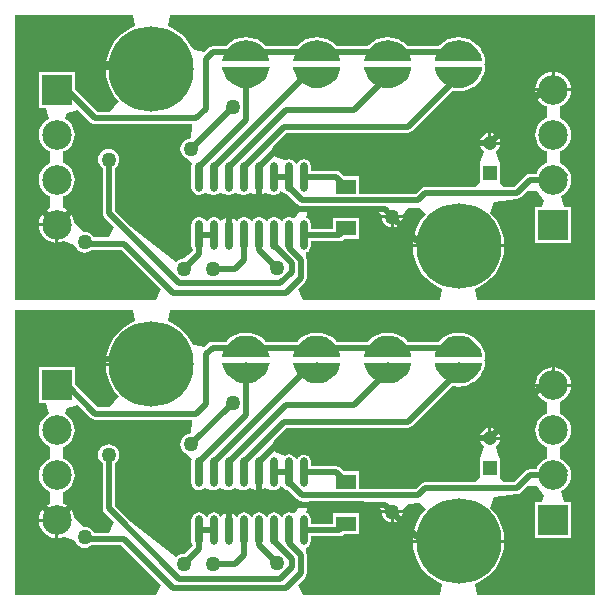
<source format=gtl>
%FSLAX44Y44*%
%MOMM*%
G71*
G01*
G75*
G04 Layer_Physical_Order=1*
G04 Layer_Color=255*
%ADD10R,1.7000X1.2500*%
%ADD11O,0.7000X2.5000*%
%ADD12C,1.5000*%
%ADD13C,0.5000*%
%ADD14C,7.2200*%
%ADD15R,1.2000X1.2000*%
%ADD16C,1.2000*%
%ADD17R,2.5000X2.5000*%
%ADD18C,2.5000*%
%ADD19C,1.2700*%
G36*
X280007Y201309D02*
X279864Y199859D01*
X278711Y196059D01*
X276840Y192558D01*
X274321Y189489D01*
X271252Y186970D01*
X267750Y185098D01*
X263951Y183946D01*
X260000Y183557D01*
X256049Y183946D01*
X252249Y185098D01*
X248748Y186970D01*
X245679Y189489D01*
X243160Y192558D01*
X241289Y196059D01*
X240136Y199859D01*
X239993Y201309D01*
X240000Y201310D01*
X280007Y201309D01*
D02*
G37*
G36*
X340007D02*
X339864Y199859D01*
X338712Y196059D01*
X336840Y192558D01*
X334321Y189489D01*
X331252Y186970D01*
X327751Y185098D01*
X323951Y183946D01*
X320000Y183557D01*
X316049Y183946D01*
X312249Y185098D01*
X308748Y186970D01*
X305679Y189489D01*
X303160Y192558D01*
X301288Y196059D01*
X300136Y199859D01*
X299993Y201309D01*
X300000Y201310D01*
X340007Y201309D01*
D02*
G37*
G36*
X220007D02*
X219864Y199859D01*
X218711Y196059D01*
X216840Y192558D01*
X214321Y189489D01*
X211252Y186970D01*
X207751Y185098D01*
X203951Y183946D01*
X200000Y183557D01*
X196049Y183946D01*
X192250Y185098D01*
X188748Y186970D01*
X185679Y189489D01*
X183160Y192558D01*
X181289Y196059D01*
X180136Y199859D01*
X179993Y201309D01*
X180000Y201310D01*
X220007Y201309D01*
D02*
G37*
G36*
X68756Y154481D02*
X70423Y153367D01*
X72390Y152976D01*
X153979D01*
X154744Y151131D01*
X153518Y141823D01*
X151095Y140741D01*
D01*
X148933Y139845D01*
X147076Y138420D01*
X145651Y136563D01*
X144755Y134401D01*
X144449Y132080D01*
X144755Y129759D01*
X145651Y127597D01*
X147076Y125740D01*
X148933Y124315D01*
X151095Y123419D01*
X154330Y119677D01*
D01*
X154331D01*
X153862Y117320D01*
Y99818D01*
D01*
D01*
D01*
D01*
X153862D01*
D01*
Y99818D01*
X153862Y99818D01*
X153862Y99320D01*
X153862Y99320D01*
X153895Y99153D01*
X153895Y99153D01*
X154104Y98103D01*
Y98103D01*
D01*
Y98103D01*
X154104D01*
X154278Y97228D01*
X154330Y96963D01*
D01*
D01*
D01*
X154331Y96963D01*
X154800Y96261D01*
X155020Y95931D01*
X155020D01*
D01*
D01*
D01*
D01*
D01*
X155020D01*
X155665Y94965D01*
X155666D01*
X156697Y94276D01*
Y94276D01*
X156697D01*
X156697D01*
Y94276D01*
X156697D01*
D01*
D01*
X157663Y93630D01*
X157663Y93630D01*
X158448Y93474D01*
Y93474D01*
X158448Y93474D01*
X160020Y93161D01*
X160020Y93161D01*
D01*
X160020Y93161D01*
D01*
D01*
D01*
X160410Y93239D01*
X161592Y93474D01*
X161592D01*
D01*
D01*
D01*
X161592D01*
D01*
D01*
X161700Y93496D01*
X162377Y93630D01*
X162377Y93630D01*
X163343Y94276D01*
D01*
Y94276D01*
X163343D01*
D01*
D01*
D01*
X164375Y94965D01*
X164375D01*
X164375D01*
X170274Y93690D01*
X170363Y93630D01*
X170363Y93630D01*
X171148Y93474D01*
Y93474D01*
X171148Y93474D01*
X172719Y93162D01*
X172720Y93161D01*
X172720Y93161D01*
X174292Y93474D01*
X174292Y93474D01*
Y93474D01*
X175077Y93630D01*
X175077Y93630D01*
X176043Y94276D01*
X176043Y94276D01*
Y94276D01*
X177075Y94965D01*
X177075D01*
X177075Y94965D01*
Y94965D01*
X177075D01*
X177075D01*
X182974Y93690D01*
X183063Y93630D01*
X183063Y93630D01*
X183848Y93474D01*
Y93474D01*
X183848Y93474D01*
X185418Y93162D01*
X185420Y93161D01*
X185420Y93161D01*
X186992Y93474D01*
X186992Y93474D01*
Y93474D01*
X187777Y93630D01*
X187777Y93630D01*
X188743Y94276D01*
X188743Y94276D01*
Y94276D01*
X189774Y94965D01*
X189775D01*
X189775Y94965D01*
Y94965D01*
X189775D01*
X189775D01*
X195674Y93690D01*
X195763Y93630D01*
X195763Y93630D01*
X196548Y93474D01*
Y93474D01*
X196548Y93474D01*
X198118Y93162D01*
X198120Y93161D01*
X198120Y93161D01*
X199692Y93474D01*
X199692Y93474D01*
Y93474D01*
X200477Y93630D01*
X200477Y93630D01*
X201443Y94276D01*
X201443Y94276D01*
Y94276D01*
X202474Y94965D01*
X202475D01*
X202475Y94965D01*
Y94965D01*
X202475D01*
X202475D01*
X208374Y93690D01*
X208463Y93630D01*
X208463Y93630D01*
X209248Y93474D01*
Y93474D01*
X209248Y93474D01*
X209550Y93414D01*
Y108320D01*
X212090D01*
Y93414D01*
X212392Y93474D01*
X212392Y93474D01*
Y93474D01*
X213177Y93630D01*
X213177Y93630D01*
X214143Y94276D01*
X214143Y94276D01*
Y94276D01*
X215175Y94965D01*
X215175D01*
X215175Y94965D01*
Y94965D01*
X215175D01*
X215175D01*
X221074Y93690D01*
X221163Y93630D01*
X221163Y93630D01*
X221948Y93474D01*
Y93474D01*
X221948Y93474D01*
X223519Y93162D01*
X223520Y93161D01*
X223520Y93161D01*
X223591Y93175D01*
X225092Y93474D01*
X225092Y93474D01*
Y93474D01*
X225877Y93630D01*
X225877Y93630D01*
X226843Y94276D01*
X226843Y94276D01*
Y94276D01*
X227875Y94965D01*
X227875D01*
X227875Y94965D01*
X227875Y94965D01*
X227875Y94965D01*
X227875D01*
D01*
X228014Y95174D01*
X228520Y95931D01*
X229265Y96921D01*
X231865Y94965D01*
X231865Y94965D01*
Y94965D01*
X233863Y93630D01*
X235613Y93282D01*
X243519Y85377D01*
X244766Y84544D01*
X245186Y84263D01*
X245186D01*
X245186Y84263D01*
X245186Y84263D01*
X245699Y84161D01*
X247153Y83871D01*
D01*
D01*
X246993Y81207D01*
X241579Y74010D01*
X238577D01*
X238577D01*
X238577Y74010D01*
X237792Y74166D01*
Y74166D01*
X237792Y74166D01*
X236220Y74479D01*
D01*
D01*
D01*
D01*
X234648Y74166D01*
X234648Y74166D01*
Y74166D01*
X233863Y74010D01*
X233863Y74010D01*
X232897Y73364D01*
X232897Y73364D01*
Y73364D01*
X231866Y72675D01*
X231865D01*
X231865D01*
X231865D01*
X231865D01*
Y72675D01*
X231726Y72466D01*
X231220Y71709D01*
X230475Y70719D01*
X227894Y72660D01*
X227894D01*
X227875Y72675D01*
D01*
X227875Y72675D01*
X227875D01*
X226843Y73364D01*
X226843D01*
Y73364D01*
X226843D01*
D01*
X226843D01*
Y73364D01*
X225877Y74010D01*
X225877Y74010D01*
X225092Y74166D01*
Y74166D01*
X225092Y74166D01*
X223520Y74479D01*
D01*
D01*
D01*
D01*
X221948Y74166D01*
X221948Y74166D01*
Y74166D01*
X221163Y74010D01*
X221163Y74010D01*
X220197Y73364D01*
X220197Y73364D01*
Y73364D01*
X219165Y72675D01*
X219165D01*
X219165D01*
X219165D01*
X219165D01*
Y72675D01*
X219026Y72466D01*
X218520Y71709D01*
X217775Y70719D01*
X215194Y72660D01*
X215194D01*
X215175Y72675D01*
D01*
X215175Y72675D01*
X215175D01*
X214143Y73364D01*
X214143D01*
Y73364D01*
X214143D01*
D01*
X214143D01*
Y73364D01*
X213177Y74010D01*
X213177Y74010D01*
X212392Y74166D01*
Y74166D01*
X212392Y74166D01*
X210820Y74479D01*
D01*
D01*
D01*
D01*
X209248Y74166D01*
X209248Y74166D01*
Y74166D01*
X208463Y74010D01*
X208463Y74010D01*
X207497Y73364D01*
X207497Y73364D01*
Y73364D01*
X206465Y72675D01*
X206465D01*
X206465D01*
X206465D01*
X206465D01*
Y72675D01*
X206326Y72466D01*
X205820Y71709D01*
X205075Y70719D01*
X202494Y72660D01*
X202494D01*
X202475Y72675D01*
D01*
X202475Y72675D01*
X202474D01*
X201443Y73364D01*
X201443D01*
Y73364D01*
X201443D01*
D01*
X201443D01*
Y73364D01*
X200477Y74010D01*
X200477Y74010D01*
X199692Y74166D01*
Y74166D01*
X199692Y74166D01*
X198191Y74465D01*
X198120Y74479D01*
D01*
D01*
D01*
D01*
D01*
D01*
X196548Y74166D01*
X196548Y74166D01*
Y74166D01*
X195763Y74010D01*
X195763Y74010D01*
X194797Y73364D01*
X194797Y73364D01*
Y73364D01*
X193766Y72675D01*
X193765D01*
X193765D01*
X193765D01*
X193765D01*
Y72675D01*
X193626Y72466D01*
X193120Y71709D01*
X192375Y70719D01*
X189775Y72675D01*
X189775Y72675D01*
X189775D01*
X188743Y73364D01*
Y73364D01*
X188743Y73364D01*
X187777Y74010D01*
X187777Y74010D01*
X186992Y74166D01*
Y74166D01*
X186992Y74166D01*
X186690Y74226D01*
Y59320D01*
X184150D01*
Y74226D01*
X183848Y74166D01*
X183848Y74166D01*
Y74166D01*
X183063Y74010D01*
X183063Y74010D01*
X182097Y73364D01*
X182097Y73364D01*
Y73364D01*
X181065Y72675D01*
X181065D01*
X181065Y72675D01*
X178465Y70719D01*
X177720Y71709D01*
X177478Y72071D01*
X177075Y72675D01*
Y72675D01*
D01*
X177075D01*
D01*
X177075Y72675D01*
X176043Y73364D01*
X176043D01*
Y73364D01*
X176043D01*
D01*
X176043D01*
Y73364D01*
X175077Y74010D01*
X175077Y74010D01*
X174292Y74166D01*
Y74166D01*
X174292Y74166D01*
X172720Y74479D01*
D01*
D01*
D01*
D01*
D01*
D01*
X172649Y74465D01*
X171148Y74166D01*
X171148Y74166D01*
Y74166D01*
X170363Y74010D01*
X170363Y74010D01*
X169397Y73364D01*
D01*
D01*
D01*
X169397D01*
Y73364D01*
D01*
D01*
Y73364D01*
X169397D01*
X168365Y72675D01*
X168365D01*
X167962Y72071D01*
X167720Y71709D01*
X166975Y70719D01*
X164394Y72660D01*
X164394D01*
X164375Y72675D01*
D01*
X164375Y72675D01*
X164375D01*
X163343Y73364D01*
D01*
D01*
D01*
D01*
Y73364D01*
X163343D01*
D01*
D01*
X162377Y74010D01*
X162377Y74010D01*
X161700Y74144D01*
X161592Y74166D01*
D01*
X161592D01*
D01*
D01*
D01*
D01*
X161592D01*
X160745Y74334D01*
X160104Y74462D01*
D01*
X160020Y74479D01*
D01*
D01*
D01*
D01*
D01*
D01*
X160020Y74479D01*
X158448Y74166D01*
X158448Y74166D01*
Y74166D01*
X157663Y74010D01*
X157663Y74010D01*
X156697Y73364D01*
X156697Y73364D01*
Y73364D01*
X155666Y72675D01*
X155665D01*
Y72675D01*
X155020Y71709D01*
D01*
X155020D01*
D01*
D01*
Y71709D01*
X155020D01*
X155020D01*
X154331Y70677D01*
X154330Y70677D01*
D01*
D01*
D01*
X154278Y70412D01*
X154104Y69538D01*
D01*
X154104D01*
D01*
D01*
D01*
D01*
D01*
Y69538D01*
D01*
D01*
D01*
D01*
D01*
D01*
Y69538D01*
X153895Y68487D01*
X153895Y68487D01*
X153862Y68320D01*
X153862Y68320D01*
X153862Y67822D01*
X153862Y67822D01*
D01*
D01*
X153862Y67822D01*
D01*
D01*
D01*
D01*
Y50320D01*
X154331Y47964D01*
X154881Y47139D01*
Y46034D01*
X147363Y39441D01*
X147320Y39447D01*
X144999Y39141D01*
X142837Y38245D01*
X140980Y36820D01*
X102985Y65974D01*
X88959Y80001D01*
Y115927D01*
X90160Y116850D01*
X91585Y118707D01*
X92481Y120869D01*
X92787Y123190D01*
X92481Y125511D01*
X91585Y127673D01*
X90160Y129530D01*
X88303Y130955D01*
X86141Y131851D01*
X83820Y132157D01*
X81499Y131851D01*
X79337Y130955D01*
X77480Y129530D01*
X76055Y127673D01*
X75159Y125511D01*
X74853Y123190D01*
X75159Y120869D01*
X76055Y118707D01*
X77480Y116850D01*
X78681Y115927D01*
Y77872D01*
X78681Y77872D01*
X78681D01*
X79072Y75906D01*
X80186Y74239D01*
X87977Y66448D01*
X84151Y57209D01*
X71520D01*
X71265Y57823D01*
X69840Y59680D01*
X67983Y61105D01*
X65821Y62001D01*
X63500Y62307D01*
X62887Y62226D01*
X55054Y68443D01*
X54822Y70798D01*
X53962Y73633D01*
X52566Y76246D01*
X50686Y78536D01*
X48396Y80416D01*
X45783Y81812D01*
X45494Y81900D01*
Y91900D01*
X45783Y91988D01*
X48396Y93384D01*
X50686Y95264D01*
X52566Y97554D01*
X53962Y100167D01*
X54822Y103002D01*
X55113Y105950D01*
X54822Y108898D01*
X53962Y111733D01*
X52566Y114346D01*
X50686Y116636D01*
X48396Y118516D01*
X45783Y119912D01*
X45494Y120000D01*
Y130000D01*
X45783Y130088D01*
X48396Y131484D01*
X50686Y133364D01*
X52566Y135654D01*
X53962Y138267D01*
X54822Y141102D01*
X55113Y144050D01*
X54822Y146998D01*
X53962Y149833D01*
X52566Y152446D01*
X50686Y154736D01*
X48396Y156616D01*
X46911Y157410D01*
X48235Y162697D01*
X57873Y165364D01*
X68756Y154481D01*
D02*
G37*
G36*
X106215Y236114D02*
X102404Y234535D01*
X97218Y231357D01*
X92593Y227407D01*
X88643Y222782D01*
X85465Y217596D01*
X83138Y211978D01*
X81718Y206063D01*
X81341Y201270D01*
X120000D01*
Y198730D01*
X81341D01*
X81718Y193937D01*
X83138Y188023D01*
X85465Y182404D01*
X88643Y177218D01*
X92593Y172593D01*
X84616Y163254D01*
X74518D01*
X55040Y182732D01*
Y197190D01*
X24960D01*
Y182647D01*
X24861Y182150D01*
X24960Y181653D01*
Y167110D01*
X30659D01*
X33089Y157410D01*
X31604Y156616D01*
X29314Y154736D01*
X27434Y152446D01*
X26038Y149833D01*
X25178Y146998D01*
X24887Y144050D01*
X25178Y141102D01*
X26038Y138267D01*
X27434Y135654D01*
X29314Y133364D01*
X31604Y131484D01*
X34217Y130088D01*
X34506Y130000D01*
Y120000D01*
X34217Y119912D01*
X31604Y118516D01*
X29314Y116636D01*
X27434Y114346D01*
X26038Y111733D01*
X25178Y108898D01*
X24887Y105950D01*
X25178Y103002D01*
X26038Y100167D01*
X27434Y97554D01*
X29314Y95264D01*
X31604Y93384D01*
X34217Y91988D01*
X34506Y91900D01*
Y81900D01*
X34217Y81812D01*
X31604Y80416D01*
X29314Y78536D01*
X27434Y76246D01*
X26038Y73633D01*
X25178Y70798D01*
X25012Y69120D01*
X40000D01*
Y67850D01*
X41270D01*
Y52862D01*
X42948Y53028D01*
X45783Y53888D01*
X54839Y51019D01*
X54839Y51019D01*
Y51019D01*
X55735Y48857D01*
X57160Y47000D01*
X59017Y45575D01*
X61179Y44679D01*
X63500Y44373D01*
X65821Y44679D01*
X67983Y45575D01*
X69751Y46931D01*
X94391D01*
X128006Y13317D01*
X124179Y4078D01*
X4078D01*
Y245922D01*
X104264D01*
X106215Y236114D01*
D02*
G37*
G36*
X400007Y201309D02*
X399864Y199859D01*
X398712Y196059D01*
X396840Y192558D01*
X394321Y189489D01*
X391252Y186970D01*
X387751Y185098D01*
X383951Y183946D01*
X380000Y183557D01*
X376049Y183946D01*
X372249Y185098D01*
X368748Y186970D01*
X365679Y189489D01*
X363160Y192558D01*
X361288Y196059D01*
X360136Y199859D01*
X359993Y201309D01*
X360000Y201310D01*
X400007Y201309D01*
D02*
G37*
G36*
X323951Y223674D02*
X327751Y222521D01*
X331252Y220650D01*
X334321Y218131D01*
X336840Y215062D01*
X338712Y211561D01*
X339864Y207761D01*
X340007Y206311D01*
X340000Y206310D01*
X299993Y206311D01*
X300136Y207761D01*
X301288Y211561D01*
X303160Y215062D01*
X305679Y218131D01*
X308748Y220650D01*
X312249Y222521D01*
X316049Y223674D01*
X320000Y224063D01*
X323951Y223674D01*
D02*
G37*
G36*
X383951D02*
X387751Y222521D01*
X391252Y220650D01*
X394321Y218131D01*
X396840Y215062D01*
X398712Y211561D01*
X399864Y207761D01*
X400007Y206311D01*
X400000Y206310D01*
X359993Y206311D01*
X360136Y207761D01*
X361288Y211561D01*
X363160Y215062D01*
X365679Y218131D01*
X368748Y220650D01*
X372249Y222521D01*
X376049Y223674D01*
X380000Y224063D01*
X383951Y223674D01*
D02*
G37*
G36*
X263951D02*
X267750Y222521D01*
X271252Y220650D01*
X274321Y218131D01*
X276840Y215062D01*
X278711Y211561D01*
X279864Y207761D01*
X280007Y206311D01*
X280000Y206310D01*
X239993Y206311D01*
X240136Y207761D01*
X241289Y211561D01*
X243160Y215062D01*
X245679Y218131D01*
X248748Y220650D01*
X252249Y222521D01*
X256049Y223674D01*
X260000Y224063D01*
X263951Y223674D01*
D02*
G37*
G36*
X203951D02*
X207751Y222521D01*
X211252Y220650D01*
X214321Y218131D01*
X216840Y215062D01*
X218711Y211561D01*
X219864Y207761D01*
X220007Y206311D01*
X220000Y206310D01*
X179993Y206311D01*
X180136Y207761D01*
X181289Y211561D01*
X183160Y215062D01*
X185679Y218131D01*
X188748Y220650D01*
X192250Y222521D01*
X196049Y223674D01*
X200000Y224063D01*
X203951Y223674D01*
D02*
G37*
G36*
X495922Y4078D02*
X395736D01*
X393785Y13886D01*
X397596Y15465D01*
X402782Y18643D01*
X407407Y22593D01*
X411357Y27218D01*
X414535Y32404D01*
X416862Y38023D01*
X418282Y43937D01*
X418660Y48730D01*
X341340D01*
X341718Y43937D01*
X343138Y38023D01*
X345465Y32404D01*
X348643Y27218D01*
X352593Y22593D01*
X357218Y18643D01*
X362404Y15465D01*
X366215Y13886D01*
X364264Y4078D01*
X248032D01*
X244205Y13317D01*
X250014Y19125D01*
X251128Y20792D01*
X251519Y22759D01*
Y38201D01*
X251128Y40167D01*
X251128Y40168D01*
X251128Y40168D01*
X251277Y44631D01*
X252243Y45276D01*
X252243D01*
Y45276D01*
X253275Y45966D01*
X254610Y47964D01*
X254610D01*
Y47964D01*
X254610Y47964D01*
X254610Y47964D01*
X255078Y50320D01*
D01*
X255078Y50320D01*
X255078Y50320D01*
Y54181D01*
X279000D01*
X280967Y54573D01*
X282634Y55687D01*
X282957Y56010D01*
X295520D01*
Y73590D01*
X273440D01*
Y64459D01*
X255078D01*
Y67822D01*
D01*
D01*
D01*
Y68320D01*
Y68295D01*
Y68320D01*
X255078Y68320D01*
X254981Y68809D01*
X254981Y68809D01*
X254836Y69538D01*
X254836Y69538D01*
D01*
D01*
D01*
D01*
D01*
X254836Y69538D01*
X254610Y70677D01*
X254610D01*
X254609Y70677D01*
X254392Y71003D01*
X254392Y71003D01*
X253965Y71641D01*
X253920Y71709D01*
X253920Y71709D01*
X253920D01*
X253882Y71766D01*
X253882Y71766D01*
X253369Y72534D01*
X253275Y72675D01*
D01*
X252045Y73496D01*
D01*
X251347Y73963D01*
X251277Y74010D01*
X253238Y83871D01*
X299205D01*
X313767Y77840D01*
X315071Y76353D01*
X315051Y76200D01*
X332649D01*
X332629Y76353D01*
X337481Y81885D01*
X347471Y82317D01*
X352593Y77407D01*
X348643Y72782D01*
X345465Y67596D01*
X343138Y61977D01*
X341718Y56063D01*
X341340Y51270D01*
X418660D01*
X418282Y56063D01*
X416862Y61977D01*
X414535Y67596D01*
X411357Y72782D01*
X407407Y77407D01*
X406776Y77946D01*
X409684Y87514D01*
X429260Y89811D01*
X429260Y89811D01*
Y89811D01*
X431227Y90202D01*
X432894Y91316D01*
X438427Y96849D01*
X446093Y96473D01*
X452050Y88441D01*
X450659Y82890D01*
X444960D01*
Y52810D01*
X475040D01*
Y82890D01*
X469341D01*
X466911Y92590D01*
X468396Y93384D01*
X470686Y95264D01*
X472566Y97554D01*
X473962Y100167D01*
X474822Y103002D01*
X475087Y105691D01*
X475139Y105950D01*
X475087Y106209D01*
X474870Y108411D01*
X475139Y109760D01*
X474748Y111727D01*
X473634Y113394D01*
X472765Y113974D01*
X472566Y114346D01*
X470686Y116636D01*
X468396Y118516D01*
X465783Y119912D01*
X465494Y120000D01*
Y130000D01*
X465783Y130088D01*
X468396Y131484D01*
X470686Y133364D01*
X472566Y135654D01*
X473962Y138267D01*
X474822Y141102D01*
X475113Y144050D01*
X474822Y146998D01*
X473962Y149833D01*
X472566Y152446D01*
X470686Y154736D01*
X468396Y156616D01*
X465783Y158012D01*
X465494Y158100D01*
Y168100D01*
X465783Y168188D01*
X468396Y169584D01*
X470686Y171464D01*
X472566Y173754D01*
X473962Y176367D01*
X474822Y179202D01*
X474988Y180880D01*
X445012D01*
X445178Y179202D01*
X446038Y176367D01*
X447434Y173754D01*
X449314Y171464D01*
X451604Y169584D01*
X454217Y168188D01*
X454506Y168100D01*
Y158100D01*
X454217Y158012D01*
X451604Y156616D01*
X449314Y154736D01*
X447434Y152446D01*
X446038Y149833D01*
X445178Y146998D01*
X444887Y144050D01*
X445178Y141102D01*
X446038Y138267D01*
X447434Y135654D01*
X449314Y133364D01*
X451604Y131484D01*
X454217Y130088D01*
X454506Y130000D01*
Y120000D01*
X454217Y119912D01*
X451604Y118516D01*
X449314Y116636D01*
X447434Y114346D01*
X446038Y111733D01*
X445842Y111089D01*
X440260D01*
X438294Y110698D01*
X436627Y109584D01*
X427132Y100089D01*
X418471D01*
X414940Y103620D01*
X414940Y107160D01*
X414940Y107160D01*
X414940Y107160D01*
Y120700D01*
X414532D01*
X411400Y129927D01*
X411400D01*
X411318Y130169D01*
X411318D01*
X412491Y131069D01*
X413860Y132853D01*
X414720Y134931D01*
X414846Y135890D01*
X397953D01*
X398080Y134931D01*
X398940Y132853D01*
X400309Y131069D01*
X401482Y130169D01*
X401482D01*
X401400Y129927D01*
X401400D01*
X398268Y120700D01*
X397860D01*
Y107160D01*
X397860Y107160D01*
X397860Y107160D01*
X397860Y103620D01*
X394329Y100089D01*
X351790D01*
X349823Y99698D01*
X348156Y98583D01*
X343722Y94149D01*
X295520D01*
Y109090D01*
X282957D01*
X280094Y111953D01*
X278427Y113067D01*
X276460Y113458D01*
X255078D01*
Y116822D01*
D01*
D01*
D01*
Y117004D01*
X255078Y117320D01*
X255078Y117320D01*
X255045Y117487D01*
X255045Y117487D01*
X254981Y117809D01*
Y117809D01*
X254932Y118054D01*
X254836Y118537D01*
Y118537D01*
D01*
D01*
D01*
D01*
D01*
D01*
D01*
D01*
D01*
D01*
D01*
D01*
X254836Y118537D01*
X254662Y119412D01*
X254610Y119677D01*
D01*
D01*
D01*
X254610Y119677D01*
X254392Y120003D01*
X254392Y120003D01*
X254228Y120247D01*
X254140Y120379D01*
X253920Y120709D01*
X253920Y120709D01*
D01*
D01*
D01*
D01*
D01*
Y120709D01*
X253920D01*
X253882Y120765D01*
Y120765D01*
X253644Y121122D01*
X253275Y121674D01*
Y121674D01*
D01*
X253275D01*
D01*
D01*
D01*
D01*
X253274Y121674D01*
X253095Y121794D01*
X253095Y121794D01*
X252243Y122364D01*
Y122364D01*
X252243D01*
D01*
X252243D01*
Y122364D01*
X252045Y122496D01*
X252045Y122496D01*
X251277Y123009D01*
X251277Y123009D01*
X251277Y123009D01*
X251145Y123036D01*
X251144D01*
X250492Y123166D01*
Y123166D01*
X250492Y123166D01*
X249751Y123313D01*
X249751Y123313D01*
X248920Y123478D01*
X248920Y123478D01*
D01*
D01*
D01*
D01*
D01*
D01*
X248530Y123401D01*
X247348Y123166D01*
X247348D01*
D01*
D01*
D01*
X247348D01*
D01*
D01*
X247240Y123144D01*
X246563Y123009D01*
X246563Y123009D01*
D01*
D01*
D01*
X246339Y122859D01*
X245597Y122364D01*
D01*
D01*
D01*
X245597D01*
Y122364D01*
D01*
D01*
D01*
D01*
X244565Y121674D01*
X244565D01*
X244162Y121070D01*
X243920Y120709D01*
X243175Y119718D01*
X240594Y121660D01*
X240594D01*
X240575Y121674D01*
D01*
X240575Y121674D01*
X240574D01*
X239543Y122364D01*
X239543D01*
Y122364D01*
X239543D01*
D01*
X239543D01*
Y122364D01*
X238577Y123009D01*
X238577Y123009D01*
X237792Y123166D01*
Y123166D01*
X237792Y123166D01*
X236220Y123478D01*
D01*
D01*
D01*
D01*
X234648Y123166D01*
X234648Y123166D01*
Y123166D01*
X233863Y123009D01*
X233863Y123009D01*
X233090Y122493D01*
X224750Y125477D01*
X221894Y131732D01*
X221894Y131732D01*
X224860Y136170D01*
X234681Y145991D01*
X337320D01*
X339286Y146382D01*
X340953Y147496D01*
X375011Y181554D01*
X375297Y181468D01*
X375551Y181443D01*
X375795Y181369D01*
X379746Y180979D01*
X380000Y181005D01*
X380254Y180979D01*
X384205Y181369D01*
X384449Y181443D01*
X384703Y181468D01*
X388502Y182620D01*
X388727Y182740D01*
X388971Y182815D01*
X392473Y184686D01*
X392670Y184848D01*
X392895Y184968D01*
X395964Y187487D01*
X396126Y187684D01*
X396323Y187846D01*
X398842Y190915D01*
X398962Y191140D01*
X399124Y191337D01*
X400995Y194839D01*
X401069Y195083D01*
X401190Y195308D01*
X402342Y199107D01*
X402367Y199361D01*
X402441Y199605D01*
X402584Y201055D01*
X402571Y201183D01*
X402574Y201196D01*
X402597Y201309D01*
X402597Y201309D01*
X402522Y201682D01*
X402485Y202061D01*
X402425Y202174D01*
X402399Y202300D01*
X402188Y202617D01*
X402009Y202952D01*
X401909Y203034D01*
Y203034D01*
X401909Y203034D01*
X402009Y204668D01*
X402025Y204699D01*
X402052Y204723D01*
X402226Y205070D01*
X402393Y205319D01*
X402414Y205426D01*
X402485Y205559D01*
X402489Y205595D01*
X402505Y205627D01*
X402533Y206024D01*
X402590Y206310D01*
X402569Y206413D01*
X402584Y206565D01*
X402441Y208015D01*
X402367Y208259D01*
X402342Y208513D01*
X401190Y212312D01*
X401069Y212537D01*
X400995Y212781D01*
X399124Y216283D01*
X398962Y216480D01*
X398842Y216705D01*
X396323Y219774D01*
X396126Y219936D01*
X395964Y220133D01*
X392895Y222652D01*
X392670Y222772D01*
X392473Y222934D01*
X388971Y224806D01*
X388727Y224879D01*
X388502Y225000D01*
X384703Y226152D01*
X384449Y226177D01*
X384205Y226251D01*
X380254Y226640D01*
X380000Y226616D01*
X379746Y226640D01*
X375795Y226251D01*
X375551Y226177D01*
X375297Y226152D01*
X371498Y225000D01*
X371273Y224879D01*
X371029Y224806D01*
X367527Y222934D01*
X367330Y222772D01*
X367105Y222652D01*
X364036Y220133D01*
X363874Y219936D01*
X363677Y219774D01*
X363000Y218949D01*
X337000D01*
X336323Y219774D01*
X336126Y219936D01*
X335964Y220133D01*
X332895Y222652D01*
X332670Y222772D01*
X332473Y222934D01*
X328971Y224806D01*
X328727Y224879D01*
X328502Y225000D01*
X324703Y226152D01*
X324449Y226177D01*
X324205Y226251D01*
X320254Y226640D01*
X320000Y226616D01*
X319746Y226640D01*
X315795Y226251D01*
X315551Y226177D01*
X315297Y226152D01*
X311498Y225000D01*
X311273Y224879D01*
X311029Y224806D01*
X307527Y222934D01*
X307330Y222772D01*
X307105Y222652D01*
X304036Y220133D01*
X303874Y219936D01*
X303677Y219774D01*
X303000Y218949D01*
X277000D01*
X276323Y219774D01*
X276126Y219936D01*
X275964Y220133D01*
X272895Y222652D01*
X272670Y222772D01*
X272473Y222934D01*
X268971Y224806D01*
X268727Y224879D01*
X268502Y225000D01*
X264703Y226152D01*
X264449Y226177D01*
X264205Y226251D01*
X260254Y226640D01*
X260000Y226616D01*
X259746Y226640D01*
X255795Y226251D01*
X255551Y226177D01*
X255297Y226152D01*
X251498Y225000D01*
X251273Y224879D01*
X251029Y224806D01*
X247527Y222934D01*
X247330Y222772D01*
X247105Y222652D01*
X244036Y220133D01*
X243874Y219936D01*
X243677Y219774D01*
X243000Y218949D01*
X217000D01*
X216323Y219774D01*
X216126Y219936D01*
X215964Y220133D01*
X212895Y222652D01*
X212670Y222772D01*
X212473Y222934D01*
X208971Y224806D01*
X208727Y224879D01*
X208502Y225000D01*
X204703Y226152D01*
X204449Y226177D01*
X204205Y226251D01*
X200254Y226640D01*
X200000Y226616D01*
X199746Y226640D01*
X195795Y226251D01*
X195551Y226177D01*
X195297Y226152D01*
X191498Y225000D01*
X191273Y224879D01*
X191029Y224806D01*
X187527Y222934D01*
X187330Y222772D01*
X187105Y222652D01*
X184036Y220133D01*
X183874Y219936D01*
X183677Y219774D01*
X183000Y218949D01*
X171900D01*
X169934Y218558D01*
X168267Y217444D01*
X164965Y214143D01*
X157042Y215719D01*
X154651Y217316D01*
X154535Y217596D01*
X151357Y222782D01*
X147407Y227407D01*
X142782Y231357D01*
X137596Y234535D01*
X133785Y236114D01*
X135736Y245922D01*
X495922D01*
Y4078D01*
D02*
G37*
%LPC*%
G36*
X38730Y66580D02*
X25012D01*
X25178Y64902D01*
X26038Y62067D01*
X27434Y59454D01*
X29314Y57164D01*
X31604Y55284D01*
X34217Y53888D01*
X37052Y53028D01*
X38730Y52862D01*
Y66580D01*
D02*
G37*
G36*
X332649Y73660D02*
X325120D01*
Y66130D01*
X326171Y66269D01*
X328333Y67165D01*
X330190Y68590D01*
X331615Y70447D01*
X332511Y72609D01*
X332649Y73660D01*
D02*
G37*
G36*
X322580D02*
X315051D01*
X315189Y72609D01*
X316085Y70447D01*
X317510Y68590D01*
X319367Y67165D01*
X321529Y66269D01*
X322580Y66130D01*
Y73660D01*
D02*
G37*
G36*
X458730Y197138D02*
X457052Y196972D01*
X454217Y196112D01*
X451604Y194716D01*
X449314Y192836D01*
X447434Y190546D01*
X446038Y187933D01*
X445178Y185098D01*
X445012Y183420D01*
X458730D01*
Y197138D01*
D02*
G37*
G36*
X461270D02*
Y183420D01*
X474988D01*
X474822Y185098D01*
X473962Y187933D01*
X472566Y190546D01*
X470686Y192836D01*
X468396Y194716D01*
X465783Y196112D01*
X462948Y196972D01*
X461270Y197138D01*
D02*
G37*
G36*
X405130Y145606D02*
X404171Y145480D01*
X402093Y144620D01*
X400309Y143251D01*
X398940Y141467D01*
X398080Y139389D01*
X397953Y138430D01*
X405130D01*
Y145606D01*
D02*
G37*
G36*
X407670D02*
Y138430D01*
X414846D01*
X414720Y139389D01*
X413860Y141467D01*
X412491Y143251D01*
X410707Y144620D01*
X408629Y145480D01*
X407670Y145606D01*
D02*
G37*
%LPD*%
G36*
X280007Y451309D02*
X279864Y449859D01*
X278711Y446059D01*
X276840Y442558D01*
X274321Y439489D01*
X271252Y436970D01*
X267750Y435098D01*
X263951Y433946D01*
X260000Y433557D01*
X256049Y433946D01*
X252249Y435098D01*
X248748Y436970D01*
X245679Y439489D01*
X243160Y442558D01*
X241289Y446059D01*
X240136Y449859D01*
X239993Y451309D01*
X240000Y451310D01*
X280007Y451309D01*
D02*
G37*
G36*
X340007D02*
X339864Y449859D01*
X338712Y446059D01*
X336840Y442558D01*
X334321Y439489D01*
X331252Y436970D01*
X327751Y435098D01*
X323951Y433946D01*
X320000Y433557D01*
X316049Y433946D01*
X312249Y435098D01*
X308748Y436970D01*
X305679Y439489D01*
X303160Y442558D01*
X301288Y446059D01*
X300136Y449859D01*
X299993Y451309D01*
X300000Y451310D01*
X340007Y451309D01*
D02*
G37*
G36*
X220007D02*
X219864Y449859D01*
X218711Y446059D01*
X216840Y442558D01*
X214321Y439489D01*
X211252Y436970D01*
X207751Y435098D01*
X203951Y433946D01*
X200000Y433557D01*
X196049Y433946D01*
X192250Y435098D01*
X188748Y436970D01*
X185679Y439489D01*
X183160Y442558D01*
X181289Y446059D01*
X180136Y449859D01*
X179993Y451309D01*
X180000Y451310D01*
X220007Y451309D01*
D02*
G37*
G36*
X68756Y404481D02*
X70423Y403367D01*
X72390Y402976D01*
X153979D01*
X154744Y401131D01*
X153518Y391823D01*
X151095Y390741D01*
D01*
X148933Y389845D01*
X147076Y388420D01*
X145651Y386563D01*
X144755Y384401D01*
X144449Y382080D01*
X144755Y379759D01*
X145651Y377597D01*
X147076Y375740D01*
X148933Y374315D01*
X151095Y373419D01*
X154330Y369677D01*
D01*
X154331D01*
X153862Y367320D01*
Y349818D01*
D01*
D01*
D01*
D01*
X153862D01*
D01*
Y349818D01*
X153862Y349818D01*
X153862Y349320D01*
X153862Y349320D01*
X153895Y349153D01*
X153895Y349153D01*
X154104Y348102D01*
Y348102D01*
D01*
Y348102D01*
X154104D01*
X154278Y347228D01*
X154330Y346963D01*
D01*
D01*
D01*
X154331Y346963D01*
X154800Y346261D01*
X155020Y345931D01*
X155020D01*
D01*
D01*
D01*
D01*
D01*
X155020D01*
X155665Y344965D01*
X155666D01*
X156697Y344276D01*
Y344276D01*
X156697D01*
X156697D01*
Y344276D01*
X156697D01*
D01*
D01*
X157663Y343630D01*
X157663Y343630D01*
X158448Y343474D01*
Y343474D01*
X158448Y343474D01*
X160020Y343162D01*
X160020Y343162D01*
D01*
X160020Y343161D01*
D01*
D01*
D01*
X160410Y343239D01*
X161592Y343474D01*
X161592D01*
D01*
D01*
D01*
X161592D01*
D01*
D01*
X161700Y343496D01*
X162377Y343630D01*
X162377Y343630D01*
X163343Y344276D01*
D01*
Y344276D01*
X163343D01*
D01*
D01*
D01*
X164375Y344965D01*
X164375D01*
X164375D01*
X170274Y343690D01*
X170363Y343630D01*
X170363Y343630D01*
X171148Y343474D01*
Y343474D01*
X171148Y343474D01*
X172719Y343162D01*
X172720Y343161D01*
X172720Y343162D01*
X174292Y343474D01*
X174292Y343474D01*
Y343474D01*
X175077Y343630D01*
X175077Y343630D01*
X176043Y344276D01*
X176043Y344276D01*
Y344276D01*
X177075Y344965D01*
X177075D01*
X177075Y344965D01*
Y344965D01*
X177075D01*
X177075D01*
X182974Y343690D01*
X183063Y343630D01*
X183063Y343630D01*
X183848Y343474D01*
Y343474D01*
X183848Y343474D01*
X185418Y343162D01*
X185420Y343161D01*
X185420Y343162D01*
X186992Y343474D01*
X186992Y343474D01*
Y343474D01*
X187777Y343630D01*
X187777Y343630D01*
X188743Y344276D01*
X188743Y344276D01*
Y344276D01*
X189774Y344965D01*
X189775D01*
X189775Y344965D01*
Y344965D01*
X189775D01*
X189775D01*
X195674Y343690D01*
X195763Y343630D01*
X195763Y343630D01*
X196548Y343474D01*
Y343474D01*
X196548Y343474D01*
X198118Y343162D01*
X198120Y343161D01*
X198120Y343162D01*
X199692Y343474D01*
X199692Y343474D01*
Y343474D01*
X200477Y343630D01*
X200477Y343630D01*
X201443Y344276D01*
X201443Y344276D01*
Y344276D01*
X202474Y344965D01*
X202475D01*
X202475Y344965D01*
Y344965D01*
X202475D01*
X202475D01*
X208374Y343690D01*
X208463Y343630D01*
X208463Y343630D01*
X209248Y343474D01*
Y343474D01*
X209248Y343474D01*
X209550Y343414D01*
Y358320D01*
X212090D01*
Y343414D01*
X212392Y343474D01*
X212392Y343474D01*
Y343474D01*
X213177Y343630D01*
X213177Y343630D01*
X214143Y344276D01*
X214143Y344276D01*
Y344276D01*
X215175Y344965D01*
X215175D01*
X215175Y344965D01*
Y344965D01*
X215175D01*
X215175D01*
X221074Y343690D01*
X221163Y343630D01*
X221163Y343630D01*
X221948Y343474D01*
Y343474D01*
X221948Y343474D01*
X223519Y343162D01*
X223520Y343161D01*
X223520Y343162D01*
X223591Y343176D01*
X225092Y343474D01*
X225092Y343474D01*
Y343474D01*
X225877Y343630D01*
X225877Y343630D01*
X226843Y344276D01*
X226843Y344276D01*
Y344276D01*
X227875Y344965D01*
X227875D01*
X227875Y344965D01*
X227875Y344965D01*
X227875Y344965D01*
X227875D01*
D01*
X228014Y345174D01*
X228520Y345931D01*
X229265Y346921D01*
X231865Y344965D01*
X231865Y344965D01*
Y344965D01*
X233863Y343630D01*
X235613Y343282D01*
X243519Y335377D01*
X244766Y334543D01*
X245186Y334263D01*
X245186D01*
X245186Y334263D01*
X245186Y334263D01*
X245699Y334161D01*
X247153Y333871D01*
D01*
D01*
X246993Y331207D01*
X241579Y324010D01*
X238577D01*
X238577D01*
X238577Y324010D01*
X237792Y324166D01*
Y324166D01*
X237792Y324166D01*
X236220Y324478D01*
D01*
D01*
D01*
D01*
X234648Y324166D01*
X234648Y324166D01*
Y324166D01*
X233863Y324010D01*
X233863Y324010D01*
X232897Y323364D01*
X232897Y323364D01*
Y323364D01*
X231866Y322675D01*
X231865D01*
X231865D01*
X231865D01*
X231865D01*
Y322675D01*
X231726Y322466D01*
X231220Y321709D01*
X230475Y320719D01*
X227894Y322660D01*
X227894D01*
X227875Y322675D01*
D01*
X227875Y322675D01*
X227875D01*
X226843Y323364D01*
X226843D01*
Y323364D01*
X226843D01*
D01*
X226843D01*
Y323364D01*
X225877Y324010D01*
X225877Y324010D01*
X225092Y324166D01*
Y324166D01*
X225092Y324166D01*
X223520Y324478D01*
D01*
D01*
D01*
D01*
X221948Y324166D01*
X221948Y324166D01*
Y324166D01*
X221163Y324010D01*
X221163Y324010D01*
X220197Y323364D01*
X220197Y323364D01*
Y323364D01*
X219165Y322675D01*
X219165D01*
X219165D01*
X219165D01*
X219165D01*
Y322675D01*
X219026Y322466D01*
X218520Y321709D01*
X217775Y320719D01*
X215194Y322660D01*
X215194D01*
X215175Y322675D01*
D01*
X215175Y322675D01*
X215175D01*
X214143Y323364D01*
X214143D01*
Y323364D01*
X214143D01*
D01*
X214143D01*
Y323364D01*
X213177Y324010D01*
X213177Y324010D01*
X212392Y324166D01*
Y324166D01*
X212392Y324166D01*
X210820Y324478D01*
D01*
D01*
D01*
D01*
X209248Y324166D01*
X209248Y324166D01*
Y324166D01*
X208463Y324010D01*
X208463Y324010D01*
X207497Y323364D01*
X207497Y323364D01*
Y323364D01*
X206465Y322675D01*
X206465D01*
X206465D01*
X206465D01*
X206465D01*
Y322675D01*
X206326Y322466D01*
X205820Y321709D01*
X205075Y320719D01*
X202494Y322660D01*
X202494D01*
X202475Y322675D01*
D01*
X202475Y322675D01*
X202474D01*
X201443Y323364D01*
X201443D01*
Y323364D01*
X201443D01*
D01*
X201443D01*
Y323364D01*
X200477Y324010D01*
X200477Y324010D01*
X199692Y324166D01*
Y324166D01*
X199692Y324166D01*
X198191Y324464D01*
X198120Y324478D01*
D01*
D01*
D01*
D01*
D01*
D01*
X196548Y324166D01*
X196548Y324166D01*
Y324166D01*
X195763Y324010D01*
X195763Y324010D01*
X194797Y323364D01*
X194797Y323364D01*
Y323364D01*
X193766Y322675D01*
X193765D01*
X193765D01*
X193765D01*
X193765D01*
Y322675D01*
X193626Y322466D01*
X193120Y321709D01*
X192375Y320719D01*
X189775Y322675D01*
X189775Y322675D01*
X189775D01*
X188743Y323364D01*
Y323364D01*
X188743Y323364D01*
X187777Y324010D01*
X187777Y324010D01*
X186992Y324166D01*
Y324166D01*
X186992Y324166D01*
X186690Y324226D01*
Y309320D01*
X184150D01*
Y324226D01*
X183848Y324166D01*
X183848Y324166D01*
Y324166D01*
X183063Y324010D01*
X183063Y324010D01*
X182097Y323364D01*
X182097Y323364D01*
Y323364D01*
X181065Y322675D01*
X181065D01*
X181065Y322675D01*
X178465Y320719D01*
X177720Y321709D01*
X177478Y322071D01*
X177075Y322675D01*
Y322675D01*
D01*
X177075D01*
D01*
X177075Y322675D01*
X176043Y323364D01*
X176043D01*
Y323364D01*
X176043D01*
D01*
X176043D01*
Y323364D01*
X175077Y324010D01*
X175077Y324010D01*
X174292Y324166D01*
Y324166D01*
X174292Y324166D01*
X172720Y324478D01*
D01*
D01*
D01*
D01*
D01*
D01*
X172649Y324464D01*
X171148Y324166D01*
X171148Y324166D01*
Y324166D01*
X170363Y324010D01*
X170363Y324010D01*
X169397Y323364D01*
D01*
D01*
D01*
X169397D01*
Y323364D01*
D01*
D01*
Y323364D01*
X169397D01*
X168365Y322675D01*
X168365D01*
X167962Y322071D01*
X167720Y321709D01*
X166975Y320719D01*
X164394Y322660D01*
X164394D01*
X164375Y322675D01*
D01*
X164375Y322675D01*
X164375D01*
X163343Y323364D01*
D01*
D01*
D01*
D01*
Y323364D01*
X163343D01*
D01*
D01*
X162377Y324010D01*
X162377Y324010D01*
X161700Y324144D01*
X161592Y324166D01*
D01*
X161592D01*
D01*
D01*
D01*
D01*
X161592D01*
X160745Y324334D01*
X160104Y324462D01*
D01*
X160020Y324479D01*
D01*
D01*
D01*
D01*
D01*
D01*
X160020Y324478D01*
X158448Y324166D01*
X158448Y324166D01*
Y324166D01*
X157663Y324010D01*
X157663Y324010D01*
X156697Y323364D01*
X156697Y323364D01*
Y323364D01*
X155666Y322675D01*
X155665D01*
Y322675D01*
X155020Y321709D01*
D01*
X155020D01*
D01*
D01*
Y321709D01*
X155020D01*
X155020D01*
X154331Y320677D01*
X154330Y320677D01*
D01*
D01*
D01*
X154278Y320412D01*
X154104Y319538D01*
D01*
X154104D01*
D01*
D01*
D01*
D01*
D01*
Y319538D01*
D01*
D01*
D01*
D01*
D01*
D01*
Y319538D01*
X153895Y318487D01*
X153895Y318487D01*
X153862Y318320D01*
X153862Y318320D01*
X153862Y317822D01*
X153862Y317822D01*
D01*
D01*
X153862Y317822D01*
D01*
D01*
D01*
D01*
Y300320D01*
X154331Y297964D01*
X154881Y297139D01*
Y296035D01*
X147363Y289441D01*
X147320Y289447D01*
X144999Y289141D01*
X142837Y288245D01*
X140980Y286820D01*
X102985Y315974D01*
X88959Y330001D01*
Y365928D01*
X90160Y366850D01*
X91585Y368707D01*
X92481Y370869D01*
X92787Y373190D01*
X92481Y375511D01*
X91585Y377673D01*
X90160Y379530D01*
X88303Y380955D01*
X86141Y381851D01*
X83820Y382157D01*
X81499Y381851D01*
X79337Y380955D01*
X77480Y379530D01*
X76055Y377673D01*
X75159Y375511D01*
X74853Y373190D01*
X75159Y370869D01*
X76055Y368707D01*
X77480Y366850D01*
X78681Y365928D01*
Y327872D01*
X78681Y327872D01*
X78681D01*
X79072Y325906D01*
X80186Y324239D01*
X87977Y316448D01*
X84151Y307209D01*
X71520D01*
X71265Y307823D01*
X69840Y309680D01*
X67983Y311105D01*
X65821Y312001D01*
X63500Y312307D01*
X62887Y312226D01*
X55054Y318443D01*
X54822Y320798D01*
X53962Y323633D01*
X52566Y326246D01*
X50686Y328536D01*
X48396Y330416D01*
X45783Y331812D01*
X45494Y331900D01*
Y341900D01*
X45783Y341988D01*
X48396Y343384D01*
X50686Y345264D01*
X52566Y347554D01*
X53962Y350167D01*
X54822Y353002D01*
X55113Y355950D01*
X54822Y358898D01*
X53962Y361733D01*
X52566Y364346D01*
X50686Y366636D01*
X48396Y368516D01*
X45783Y369912D01*
X45494Y370000D01*
Y380000D01*
X45783Y380088D01*
X48396Y381484D01*
X50686Y383364D01*
X52566Y385654D01*
X53962Y388267D01*
X54822Y391102D01*
X55113Y394050D01*
X54822Y396998D01*
X53962Y399833D01*
X52566Y402446D01*
X50686Y404736D01*
X48396Y406616D01*
X46911Y407410D01*
X48235Y412697D01*
X57873Y415364D01*
X68756Y404481D01*
D02*
G37*
G36*
X106215Y486114D02*
X102404Y484535D01*
X97218Y481357D01*
X92593Y477407D01*
X88643Y472782D01*
X85465Y467597D01*
X83138Y461978D01*
X81718Y456063D01*
X81341Y451270D01*
X120000D01*
Y448730D01*
X81341D01*
X81718Y443937D01*
X83138Y438023D01*
X85465Y432404D01*
X88643Y427218D01*
X92593Y422593D01*
X84616Y413254D01*
X74518D01*
X55040Y432732D01*
Y447190D01*
X24960D01*
Y432647D01*
X24861Y432150D01*
X24960Y431653D01*
Y417110D01*
X30659D01*
X33089Y407410D01*
X31604Y406616D01*
X29314Y404736D01*
X27434Y402446D01*
X26038Y399833D01*
X25178Y396998D01*
X24887Y394050D01*
X25178Y391102D01*
X26038Y388267D01*
X27434Y385654D01*
X29314Y383364D01*
X31604Y381484D01*
X34217Y380088D01*
X34506Y380000D01*
Y370000D01*
X34217Y369912D01*
X31604Y368516D01*
X29314Y366636D01*
X27434Y364346D01*
X26038Y361733D01*
X25178Y358898D01*
X24887Y355950D01*
X25178Y353002D01*
X26038Y350167D01*
X27434Y347554D01*
X29314Y345264D01*
X31604Y343384D01*
X34217Y341988D01*
X34506Y341900D01*
Y331900D01*
X34217Y331812D01*
X31604Y330416D01*
X29314Y328536D01*
X27434Y326246D01*
X26038Y323633D01*
X25178Y320798D01*
X25012Y319120D01*
X40000D01*
Y317850D01*
X41270D01*
Y302862D01*
X42948Y303028D01*
X45783Y303888D01*
X54839Y301019D01*
X54839Y301019D01*
Y301019D01*
X55735Y298857D01*
X57160Y297000D01*
X59017Y295575D01*
X61179Y294679D01*
X63500Y294373D01*
X65821Y294679D01*
X67983Y295575D01*
X69751Y296931D01*
X94391D01*
X128006Y263317D01*
X124179Y254078D01*
X4078D01*
Y495922D01*
X104264D01*
X106215Y486114D01*
D02*
G37*
G36*
X400007Y451309D02*
X399864Y449859D01*
X398712Y446059D01*
X396840Y442558D01*
X394321Y439489D01*
X391252Y436970D01*
X387751Y435098D01*
X383951Y433946D01*
X380000Y433557D01*
X376049Y433946D01*
X372249Y435098D01*
X368748Y436970D01*
X365679Y439489D01*
X363160Y442558D01*
X361288Y446059D01*
X360136Y449859D01*
X359993Y451309D01*
X360000Y451310D01*
X400007Y451309D01*
D02*
G37*
G36*
X323951Y473674D02*
X327751Y472522D01*
X331252Y470650D01*
X334321Y468131D01*
X336840Y465062D01*
X338712Y461561D01*
X339864Y457761D01*
X340007Y456311D01*
X340000Y456310D01*
X299993Y456311D01*
X300136Y457761D01*
X301288Y461561D01*
X303160Y465062D01*
X305679Y468131D01*
X308748Y470650D01*
X312249Y472522D01*
X316049Y473674D01*
X320000Y474063D01*
X323951Y473674D01*
D02*
G37*
G36*
X383951D02*
X387751Y472522D01*
X391252Y470650D01*
X394321Y468131D01*
X396840Y465062D01*
X398712Y461561D01*
X399864Y457761D01*
X400007Y456311D01*
X400000Y456310D01*
X359993Y456311D01*
X360136Y457761D01*
X361288Y461561D01*
X363160Y465062D01*
X365679Y468131D01*
X368748Y470650D01*
X372249Y472522D01*
X376049Y473674D01*
X380000Y474063D01*
X383951Y473674D01*
D02*
G37*
G36*
X263951D02*
X267750Y472522D01*
X271252Y470650D01*
X274321Y468131D01*
X276840Y465062D01*
X278711Y461561D01*
X279864Y457761D01*
X280007Y456311D01*
X280000Y456310D01*
X239993Y456311D01*
X240136Y457761D01*
X241289Y461561D01*
X243160Y465062D01*
X245679Y468131D01*
X248748Y470650D01*
X252249Y472522D01*
X256049Y473674D01*
X260000Y474063D01*
X263951Y473674D01*
D02*
G37*
G36*
X203951D02*
X207751Y472522D01*
X211252Y470650D01*
X214321Y468131D01*
X216840Y465062D01*
X218711Y461561D01*
X219864Y457761D01*
X220007Y456311D01*
X220000Y456310D01*
X179993Y456311D01*
X180136Y457761D01*
X181289Y461561D01*
X183160Y465062D01*
X185679Y468131D01*
X188748Y470650D01*
X192250Y472522D01*
X196049Y473674D01*
X200000Y474063D01*
X203951Y473674D01*
D02*
G37*
G36*
X495922Y254078D02*
X395736D01*
X393785Y263886D01*
X397596Y265465D01*
X402782Y268643D01*
X407407Y272593D01*
X411357Y277218D01*
X414535Y282404D01*
X416862Y288023D01*
X418282Y293937D01*
X418660Y298730D01*
X341340D01*
X341718Y293937D01*
X343138Y288023D01*
X345465Y282404D01*
X348643Y277218D01*
X352593Y272593D01*
X357218Y268643D01*
X362404Y265465D01*
X366215Y263886D01*
X364264Y254078D01*
X248032D01*
X244205Y263317D01*
X250014Y269125D01*
X251128Y270792D01*
X251519Y272759D01*
Y288201D01*
X251128Y290168D01*
X251128Y290168D01*
X251128Y290168D01*
X251277Y294631D01*
X252243Y295276D01*
X252243D01*
Y295276D01*
X253275Y295966D01*
X254610Y297964D01*
X254610D01*
Y297964D01*
X254610Y297964D01*
X254610Y297964D01*
X255078Y300320D01*
D01*
X255078Y300320D01*
X255078Y300320D01*
Y304181D01*
X279000D01*
X280967Y304573D01*
X282634Y305687D01*
X282957Y306010D01*
X295520D01*
Y323590D01*
X273440D01*
Y314459D01*
X255078D01*
Y317822D01*
D01*
D01*
D01*
Y318320D01*
Y318295D01*
Y318320D01*
X255078Y318320D01*
X254981Y318809D01*
X254981Y318809D01*
X254836Y319538D01*
X254836Y319538D01*
D01*
D01*
D01*
D01*
D01*
X254836Y319538D01*
X254610Y320677D01*
X254610D01*
X254609Y320677D01*
X254392Y321003D01*
X254392Y321003D01*
X253965Y321641D01*
X253920Y321709D01*
X253920Y321709D01*
X253920D01*
X253882Y321766D01*
X253882Y321766D01*
X253369Y322534D01*
X253275Y322675D01*
D01*
X252045Y323496D01*
D01*
X251347Y323963D01*
X251277Y324010D01*
X253238Y333871D01*
X299205D01*
X313767Y327840D01*
X315071Y326353D01*
X315051Y326200D01*
X332649D01*
X332629Y326353D01*
X337481Y331885D01*
X347471Y332317D01*
X352593Y327407D01*
X348643Y322782D01*
X345465Y317596D01*
X343138Y311977D01*
X341718Y306063D01*
X341340Y301270D01*
X418660D01*
X418282Y306063D01*
X416862Y311977D01*
X414535Y317596D01*
X411357Y322782D01*
X407407Y327407D01*
X406776Y327946D01*
X409684Y337514D01*
X429260Y339811D01*
X429260Y339811D01*
Y339811D01*
X431227Y340202D01*
X432894Y341316D01*
X438427Y346850D01*
X446093Y346473D01*
X452050Y338441D01*
X450659Y332890D01*
X444960D01*
Y302810D01*
X475040D01*
Y332890D01*
X469341D01*
X466911Y342590D01*
X468396Y343384D01*
X470686Y345264D01*
X472566Y347554D01*
X473962Y350167D01*
X474822Y353002D01*
X475087Y355691D01*
X475139Y355950D01*
X475087Y356209D01*
X474870Y358411D01*
X475139Y359760D01*
X474748Y361726D01*
X473634Y363394D01*
X472765Y363974D01*
X472566Y364346D01*
X470686Y366636D01*
X468396Y368516D01*
X465783Y369912D01*
X465494Y370000D01*
Y380000D01*
X465783Y380088D01*
X468396Y381484D01*
X470686Y383364D01*
X472566Y385654D01*
X473962Y388267D01*
X474822Y391102D01*
X475113Y394050D01*
X474822Y396998D01*
X473962Y399833D01*
X472566Y402446D01*
X470686Y404736D01*
X468396Y406616D01*
X465783Y408012D01*
X465494Y408100D01*
Y418100D01*
X465783Y418188D01*
X468396Y419584D01*
X470686Y421464D01*
X472566Y423754D01*
X473962Y426367D01*
X474822Y429202D01*
X474988Y430880D01*
X445012D01*
X445178Y429202D01*
X446038Y426367D01*
X447434Y423754D01*
X449314Y421464D01*
X451604Y419584D01*
X454217Y418188D01*
X454506Y418100D01*
Y408100D01*
X454217Y408012D01*
X451604Y406616D01*
X449314Y404736D01*
X447434Y402446D01*
X446038Y399833D01*
X445178Y396998D01*
X444887Y394050D01*
X445178Y391102D01*
X446038Y388267D01*
X447434Y385654D01*
X449314Y383364D01*
X451604Y381484D01*
X454217Y380088D01*
X454506Y380000D01*
Y370000D01*
X454217Y369912D01*
X451604Y368516D01*
X449314Y366636D01*
X447434Y364346D01*
X446038Y361733D01*
X445842Y361089D01*
X440260D01*
X438294Y360698D01*
X436627Y359584D01*
X427132Y350089D01*
X418471D01*
X414940Y353620D01*
X414940Y357160D01*
X414940Y357160D01*
X414940Y357160D01*
Y370700D01*
X414532D01*
X411400Y379927D01*
X411400D01*
X411318Y380169D01*
X411318D01*
X412491Y381069D01*
X413860Y382853D01*
X414720Y384931D01*
X414846Y385890D01*
X397953D01*
X398080Y384931D01*
X398940Y382853D01*
X400309Y381069D01*
X401482Y380169D01*
X401482D01*
X401400Y379927D01*
X401400D01*
X398268Y370700D01*
X397860D01*
Y357160D01*
X397860Y357160D01*
X397860Y357160D01*
X397860Y353620D01*
X394329Y350089D01*
X351790D01*
X349823Y349697D01*
X348156Y348583D01*
X343722Y344149D01*
X295520D01*
Y359090D01*
X282957D01*
X280094Y361954D01*
X278427Y363067D01*
X276460Y363459D01*
X255078D01*
Y366822D01*
D01*
D01*
D01*
Y367004D01*
X255078Y367320D01*
X255078Y367320D01*
X255045Y367487D01*
X255045Y367487D01*
X254981Y367808D01*
Y367809D01*
X254932Y368054D01*
X254836Y368537D01*
Y368537D01*
D01*
D01*
D01*
D01*
D01*
D01*
D01*
D01*
D01*
D01*
D01*
D01*
X254836Y368537D01*
X254662Y369412D01*
X254610Y369677D01*
D01*
D01*
D01*
X254610Y369677D01*
X254392Y370003D01*
X254392Y370003D01*
X254228Y370247D01*
X254140Y370379D01*
X253920Y370709D01*
X253920Y370709D01*
D01*
D01*
D01*
D01*
D01*
Y370709D01*
X253920D01*
X253882Y370765D01*
Y370765D01*
X253644Y371122D01*
X253275Y371674D01*
Y371674D01*
D01*
X253275D01*
D01*
D01*
D01*
D01*
X253274Y371674D01*
X253095Y371794D01*
X253095Y371794D01*
X252243Y372364D01*
Y372364D01*
X252243D01*
D01*
X252243D01*
Y372364D01*
X252045Y372496D01*
X252045Y372496D01*
X251277Y373009D01*
X251277Y373009D01*
X251277Y373009D01*
X251145Y373036D01*
X251144D01*
X250492Y373166D01*
Y373166D01*
X250492Y373166D01*
X249751Y373313D01*
X249751Y373313D01*
X248920Y373478D01*
X248920Y373478D01*
D01*
D01*
D01*
D01*
D01*
D01*
X248530Y373401D01*
X247348Y373166D01*
X247348D01*
D01*
D01*
D01*
X247348D01*
D01*
D01*
X247240Y373144D01*
X246563Y373009D01*
X246563Y373009D01*
D01*
D01*
D01*
X246339Y372859D01*
X245597Y372364D01*
D01*
D01*
D01*
X245597D01*
Y372364D01*
D01*
D01*
D01*
D01*
X244565Y371674D01*
X244565D01*
X244162Y371070D01*
X243920Y370709D01*
X243175Y369718D01*
X240594Y371660D01*
X240594D01*
X240575Y371674D01*
D01*
X240575Y371674D01*
X240574D01*
X239543Y372364D01*
X239543D01*
Y372364D01*
X239543D01*
D01*
X239543D01*
Y372364D01*
X238577Y373009D01*
X238577Y373009D01*
X237792Y373166D01*
Y373166D01*
X237792Y373166D01*
X236220Y373478D01*
D01*
D01*
D01*
D01*
X234648Y373166D01*
X234648Y373166D01*
Y373166D01*
X233863Y373009D01*
X233863Y373009D01*
X233090Y372493D01*
X224750Y375477D01*
X221894Y381731D01*
X221894Y381732D01*
X224860Y386170D01*
X234681Y395991D01*
X337320D01*
X339286Y396382D01*
X340953Y397496D01*
X375011Y431554D01*
X375297Y431468D01*
X375551Y431443D01*
X375795Y431369D01*
X379746Y430979D01*
X380000Y431004D01*
X380254Y430979D01*
X384205Y431369D01*
X384449Y431443D01*
X384703Y431468D01*
X388502Y432620D01*
X388727Y432741D01*
X388971Y432814D01*
X392473Y434686D01*
X392670Y434848D01*
X392895Y434968D01*
X395964Y437487D01*
X396126Y437684D01*
X396323Y437846D01*
X398842Y440915D01*
X398962Y441140D01*
X399124Y441337D01*
X400995Y444839D01*
X401069Y445083D01*
X401190Y445308D01*
X402342Y449107D01*
X402367Y449361D01*
X402441Y449605D01*
X402584Y451055D01*
X402571Y451183D01*
X402574Y451197D01*
X402597Y451309D01*
X402597Y451309D01*
X402522Y451682D01*
X402485Y452061D01*
X402425Y452174D01*
X402399Y452300D01*
X402188Y452617D01*
X402009Y452952D01*
X401909Y453034D01*
Y453034D01*
X401909Y453034D01*
X402009Y454668D01*
X402025Y454699D01*
X402052Y454723D01*
X402226Y455070D01*
X402393Y455319D01*
X402414Y455426D01*
X402485Y455559D01*
X402489Y455595D01*
X402505Y455626D01*
X402533Y456024D01*
X402590Y456310D01*
X402569Y456413D01*
X402584Y456565D01*
X402441Y458015D01*
X402367Y458259D01*
X402342Y458513D01*
X401190Y462312D01*
X401069Y462537D01*
X400995Y462781D01*
X399124Y466283D01*
X398962Y466480D01*
X398842Y466705D01*
X396323Y469774D01*
X396126Y469936D01*
X395964Y470133D01*
X392895Y472652D01*
X392670Y472772D01*
X392473Y472934D01*
X388971Y474805D01*
X388727Y474879D01*
X388502Y475000D01*
X384703Y476152D01*
X384449Y476177D01*
X384205Y476251D01*
X380254Y476641D01*
X380000Y476615D01*
X379746Y476641D01*
X375795Y476251D01*
X375551Y476177D01*
X375297Y476152D01*
X371498Y475000D01*
X371273Y474879D01*
X371029Y474805D01*
X367527Y472934D01*
X367330Y472772D01*
X367105Y472652D01*
X364036Y470133D01*
X363874Y469936D01*
X363677Y469774D01*
X363000Y468949D01*
X337000D01*
X336323Y469774D01*
X336126Y469936D01*
X335964Y470133D01*
X332895Y472652D01*
X332670Y472772D01*
X332473Y472934D01*
X328971Y474805D01*
X328727Y474879D01*
X328502Y475000D01*
X324703Y476152D01*
X324449Y476177D01*
X324205Y476251D01*
X320254Y476641D01*
X320000Y476615D01*
X319746Y476641D01*
X315795Y476251D01*
X315551Y476177D01*
X315297Y476152D01*
X311498Y475000D01*
X311273Y474879D01*
X311029Y474805D01*
X307527Y472934D01*
X307330Y472772D01*
X307105Y472652D01*
X304036Y470133D01*
X303874Y469936D01*
X303677Y469774D01*
X303000Y468949D01*
X277000D01*
X276323Y469774D01*
X276126Y469936D01*
X275964Y470133D01*
X272895Y472652D01*
X272670Y472772D01*
X272473Y472934D01*
X268971Y474805D01*
X268727Y474879D01*
X268502Y475000D01*
X264703Y476152D01*
X264449Y476177D01*
X264205Y476251D01*
X260254Y476641D01*
X260000Y476615D01*
X259746Y476641D01*
X255795Y476251D01*
X255551Y476177D01*
X255297Y476152D01*
X251498Y475000D01*
X251273Y474879D01*
X251029Y474805D01*
X247527Y472934D01*
X247330Y472772D01*
X247105Y472652D01*
X244036Y470133D01*
X243874Y469936D01*
X243677Y469774D01*
X243000Y468949D01*
X217000D01*
X216323Y469774D01*
X216126Y469936D01*
X215964Y470133D01*
X212895Y472652D01*
X212670Y472772D01*
X212473Y472934D01*
X208971Y474805D01*
X208727Y474879D01*
X208502Y475000D01*
X204703Y476152D01*
X204449Y476177D01*
X204205Y476251D01*
X200254Y476641D01*
X200000Y476615D01*
X199746Y476641D01*
X195795Y476251D01*
X195551Y476177D01*
X195297Y476152D01*
X191498Y475000D01*
X191273Y474879D01*
X191029Y474805D01*
X187527Y472934D01*
X187330Y472772D01*
X187105Y472652D01*
X184036Y470133D01*
X183874Y469936D01*
X183677Y469774D01*
X183000Y468949D01*
X171900D01*
X169934Y468558D01*
X168267Y467444D01*
X164965Y464143D01*
X157042Y465719D01*
X154651Y467316D01*
X154535Y467597D01*
X151357Y472782D01*
X147407Y477407D01*
X142782Y481357D01*
X137596Y484535D01*
X133785Y486114D01*
X135736Y495922D01*
X495922D01*
Y254078D01*
D02*
G37*
%LPC*%
G36*
X38730Y316580D02*
X25012D01*
X25178Y314902D01*
X26038Y312067D01*
X27434Y309454D01*
X29314Y307164D01*
X31604Y305284D01*
X34217Y303888D01*
X37052Y303028D01*
X38730Y302862D01*
Y316580D01*
D02*
G37*
G36*
X332649Y323660D02*
X325120D01*
Y316131D01*
X326171Y316269D01*
X328333Y317165D01*
X330190Y318590D01*
X331615Y320447D01*
X332511Y322609D01*
X332649Y323660D01*
D02*
G37*
G36*
X322580D02*
X315051D01*
X315189Y322609D01*
X316085Y320447D01*
X317510Y318590D01*
X319367Y317165D01*
X321529Y316269D01*
X322580Y316131D01*
Y323660D01*
D02*
G37*
G36*
X458730Y447138D02*
X457052Y446972D01*
X454217Y446112D01*
X451604Y444716D01*
X449314Y442836D01*
X447434Y440546D01*
X446038Y437933D01*
X445178Y435098D01*
X445012Y433420D01*
X458730D01*
Y447138D01*
D02*
G37*
G36*
X461270D02*
Y433420D01*
X474988D01*
X474822Y435098D01*
X473962Y437933D01*
X472566Y440546D01*
X470686Y442836D01*
X468396Y444716D01*
X465783Y446112D01*
X462948Y446972D01*
X461270Y447138D01*
D02*
G37*
G36*
X405130Y395606D02*
X404171Y395480D01*
X402093Y394620D01*
X400309Y393251D01*
X398940Y391467D01*
X398080Y389389D01*
X397953Y388430D01*
X405130D01*
Y395606D01*
D02*
G37*
G36*
X407670D02*
Y388430D01*
X414846D01*
X414720Y389389D01*
X413860Y391467D01*
X412491Y393251D01*
X410707Y394620D01*
X408629Y395480D01*
X407670Y395606D01*
D02*
G37*
%LPD*%
D10*
X284480Y100300D02*
D03*
Y64800D02*
D03*
Y350300D02*
D03*
Y314800D02*
D03*
D11*
X248920Y108320D02*
D03*
X236220D02*
D03*
X223520D02*
D03*
X210820D02*
D03*
X198120D02*
D03*
X185420D02*
D03*
X172720D02*
D03*
X160020D02*
D03*
X248920Y59320D02*
D03*
X236220D02*
D03*
X223520D02*
D03*
X210820D02*
D03*
X198120D02*
D03*
X185420D02*
D03*
X172720D02*
D03*
X160020D02*
D03*
X248920Y358320D02*
D03*
X236220D02*
D03*
X223520D02*
D03*
X210820D02*
D03*
X198120D02*
D03*
X185420D02*
D03*
X172720D02*
D03*
X160020D02*
D03*
X248920Y309320D02*
D03*
X236220D02*
D03*
X223520D02*
D03*
X210820D02*
D03*
X198120D02*
D03*
X185420D02*
D03*
X172720D02*
D03*
X160020D02*
D03*
D12*
X200000Y193810D02*
D03*
Y213810D02*
D03*
X260000D02*
D03*
Y193810D02*
D03*
X320000D02*
D03*
Y213810D02*
D03*
X380000D02*
D03*
Y193810D02*
D03*
X200000Y443810D02*
D03*
Y463810D02*
D03*
X260000D02*
D03*
Y443810D02*
D03*
X320000D02*
D03*
Y463810D02*
D03*
X380000D02*
D03*
Y443810D02*
D03*
D13*
X72390Y158115D02*
X158115D01*
X48355Y182150D02*
X72390Y158115D01*
X30000Y182150D02*
X48355D01*
X158115Y158115D02*
X166370Y166370D01*
X77470Y134620D02*
X81280Y138430D01*
X72430Y100280D02*
Y127908D01*
X77470Y132948D01*
Y134620D01*
X337320Y151130D02*
X380000Y193810D01*
X291290Y165100D02*
X320000Y193810D01*
X233823Y165100D02*
X291290D01*
X246380Y22759D02*
Y38201D01*
X233941Y10320D02*
X246380Y22759D01*
X320000Y213810D02*
X380000D01*
X260000D02*
X320000D01*
X200000D02*
X260000D01*
X200000Y156677D02*
Y162556D01*
X200112Y162668D01*
X200000Y193810D02*
X200112Y193698D01*
Y162668D02*
Y193698D01*
X323850Y74930D02*
X344970Y53810D01*
X370000D01*
X160020Y59320D02*
X172720D01*
X210820Y91440D02*
X220980Y81280D01*
X210820Y91440D02*
Y108320D01*
X185420Y59320D02*
Y73914D01*
X210820Y46990D02*
Y59320D01*
X279000D02*
X284480Y64800D01*
X248920Y59320D02*
X279000D01*
X276460Y108320D02*
X284480Y100300D01*
X248920Y108320D02*
X276460D01*
X198120D02*
Y116697D01*
X172720Y108320D02*
Y116697D01*
X223520Y50398D02*
X238720Y35198D01*
X223520Y50398D02*
Y59320D01*
X236220Y48361D02*
Y59320D01*
Y48361D02*
X246380Y38201D01*
X236220Y99942D02*
X247153Y89010D01*
X236220Y99942D02*
Y108320D01*
X223520D02*
X236220D01*
X185420Y73914D02*
X192532Y81026D01*
X166236D02*
X192532D01*
X166370Y208280D02*
X171900Y213810D01*
X200000D01*
X148590Y98673D02*
X166236Y81026D01*
X210820Y108320D02*
Y116697D01*
X185420Y108320D02*
Y116697D01*
X233823Y165100D01*
X172720Y116697D02*
X249833Y193810D01*
X148590Y98673D02*
Y119380D01*
X153416Y132080D02*
X188722Y167386D01*
X81280Y138430D02*
X129540D01*
X148590Y119380D01*
X166370Y166370D02*
Y208280D01*
X198120Y116697D02*
X232553Y151130D01*
X337320D01*
X231283Y137160D02*
X406400D01*
X210820Y116697D02*
X231283Y137160D01*
X440260Y105950D02*
X470000D01*
X429260Y94950D02*
X440260Y105950D01*
X351790Y94950D02*
X429260D01*
X192532Y81026D02*
X317754D01*
X323850Y74930D01*
X345850Y89010D02*
X351790Y94950D01*
X468095Y107855D02*
X470000Y109760D01*
X247153Y89010D02*
X345850D01*
X147320Y30480D02*
X160020Y43180D01*
Y59320D01*
X190500Y30480D02*
X198120Y38100D01*
X172212Y30480D02*
X190500D01*
X198120Y38100D02*
Y59320D01*
X210820Y46990D02*
X226060Y31750D01*
X228706Y18288D02*
X238720Y28302D01*
Y35198D01*
X160020Y108320D02*
Y116697D01*
X200000Y156677D01*
X13970Y193040D02*
X25400Y204470D01*
X115530D01*
X120000Y200000D01*
X13970Y93880D02*
Y193040D01*
Y93880D02*
X40000Y67850D01*
X72430Y100280D01*
X83820Y77872D02*
Y123190D01*
Y77872D02*
X143404Y18288D01*
X228706D01*
X96520Y52070D02*
X138270Y10320D01*
X64770Y52070D02*
X96520D01*
X63500Y53340D02*
X64770Y52070D01*
X138270Y10320D02*
X233941D01*
X406400Y137160D02*
X451390Y182150D01*
X460000D01*
X72390Y408115D02*
X158115D01*
X48355Y432150D02*
X72390Y408115D01*
X30000Y432150D02*
X48355D01*
X158115Y408115D02*
X166370Y416370D01*
X77470Y384620D02*
X81280Y388430D01*
X72430Y350280D02*
Y377908D01*
X77470Y382948D01*
Y384620D01*
X337320Y401130D02*
X380000Y443810D01*
X291290Y415100D02*
X320000Y443810D01*
X233823Y415100D02*
X291290D01*
X246380Y272759D02*
Y288201D01*
X233941Y260320D02*
X246380Y272759D01*
X320000Y463810D02*
X380000D01*
X260000D02*
X320000D01*
X200000D02*
X260000D01*
X200000Y406677D02*
Y412556D01*
X200112Y412668D01*
X200000Y443810D02*
X200112Y443698D01*
Y412668D02*
Y443698D01*
X323850Y324930D02*
X344970Y303810D01*
X370000D01*
X160020Y309320D02*
X172720D01*
X210820Y341440D02*
X220980Y331280D01*
X210820Y341440D02*
Y358320D01*
X185420Y309320D02*
Y323914D01*
X210820Y296990D02*
Y309320D01*
X279000D02*
X284480Y314800D01*
X248920Y309320D02*
X279000D01*
X276460Y358320D02*
X284480Y350300D01*
X248920Y358320D02*
X276460D01*
X198120D02*
Y366697D01*
X172720Y358320D02*
Y366697D01*
X223520Y300398D02*
X238720Y285198D01*
X223520Y300398D02*
Y309320D01*
X236220Y298361D02*
Y309320D01*
Y298361D02*
X246380Y288201D01*
X236220Y349942D02*
X247153Y339010D01*
X236220Y349942D02*
Y358320D01*
X223520D02*
X236220D01*
X185420Y323914D02*
X192532Y331026D01*
X166236D02*
X192532D01*
X166370Y458280D02*
X171900Y463810D01*
X200000D01*
X148590Y348672D02*
X166236Y331026D01*
X210820Y358320D02*
Y366697D01*
X185420Y358320D02*
Y366697D01*
X233823Y415100D01*
X172720Y366697D02*
X249833Y443810D01*
X148590Y348672D02*
Y369380D01*
X153416Y382080D02*
X188722Y417386D01*
X81280Y388430D02*
X129540D01*
X148590Y369380D01*
X166370Y416370D02*
Y458280D01*
X198120Y366697D02*
X232553Y401130D01*
X337320D01*
X231283Y387160D02*
X406400D01*
X210820Y366697D02*
X231283Y387160D01*
X440260Y355950D02*
X470000D01*
X429260Y344950D02*
X440260Y355950D01*
X351790Y344950D02*
X429260D01*
X192532Y331026D02*
X317754D01*
X323850Y324930D01*
X345850Y339010D02*
X351790Y344950D01*
X468095Y357855D02*
X470000Y359760D01*
X247153Y339010D02*
X345850D01*
X147320Y280480D02*
X160020Y293180D01*
Y309320D01*
X190500Y280480D02*
X198120Y288100D01*
X172212Y280480D02*
X190500D01*
X198120Y288100D02*
Y309320D01*
X210820Y296990D02*
X226060Y281750D01*
X228706Y268288D02*
X238720Y278302D01*
Y285198D01*
X160020Y358320D02*
Y366697D01*
X200000Y406677D01*
X13970Y443040D02*
X25400Y454470D01*
X115530D01*
X120000Y450000D01*
X13970Y343880D02*
Y443040D01*
Y343880D02*
X40000Y317850D01*
X72430Y350280D01*
X83820Y327872D02*
Y373190D01*
Y327872D02*
X143404Y268288D01*
X228706D01*
X96520Y302070D02*
X138270Y260320D01*
X64770Y302070D02*
X96520D01*
X63500Y303340D02*
X64770Y302070D01*
X138270Y260320D02*
X233941D01*
X406400Y387160D02*
X451390Y432150D01*
X460000D01*
D14*
X380000Y50000D02*
D03*
X120000Y200000D02*
D03*
X380000Y300000D02*
D03*
X120000Y450000D02*
D03*
D15*
X406400Y112160D02*
D03*
Y362160D02*
D03*
D16*
Y137160D02*
D03*
Y387160D02*
D03*
D17*
X460000Y67850D02*
D03*
X40000Y182150D02*
D03*
X460000Y317850D02*
D03*
X40000Y432150D02*
D03*
D18*
X460000Y105950D02*
D03*
Y144050D02*
D03*
Y182150D02*
D03*
X40000Y144050D02*
D03*
Y105950D02*
D03*
Y67850D02*
D03*
X460000Y355950D02*
D03*
Y394050D02*
D03*
Y432150D02*
D03*
X40000Y394050D02*
D03*
Y355950D02*
D03*
Y317850D02*
D03*
D19*
X188722Y167386D02*
D03*
X147320Y30480D02*
D03*
X172212D02*
D03*
X83820Y123190D02*
D03*
X323850Y74930D02*
D03*
X153416Y132080D02*
D03*
X226060Y31750D02*
D03*
X63500Y53340D02*
D03*
X188722Y417386D02*
D03*
X147320Y280480D02*
D03*
X172212D02*
D03*
X83820Y373190D02*
D03*
X323850Y324930D02*
D03*
X153416Y382080D02*
D03*
X226060Y281750D02*
D03*
X63500Y303340D02*
D03*
M02*

</source>
